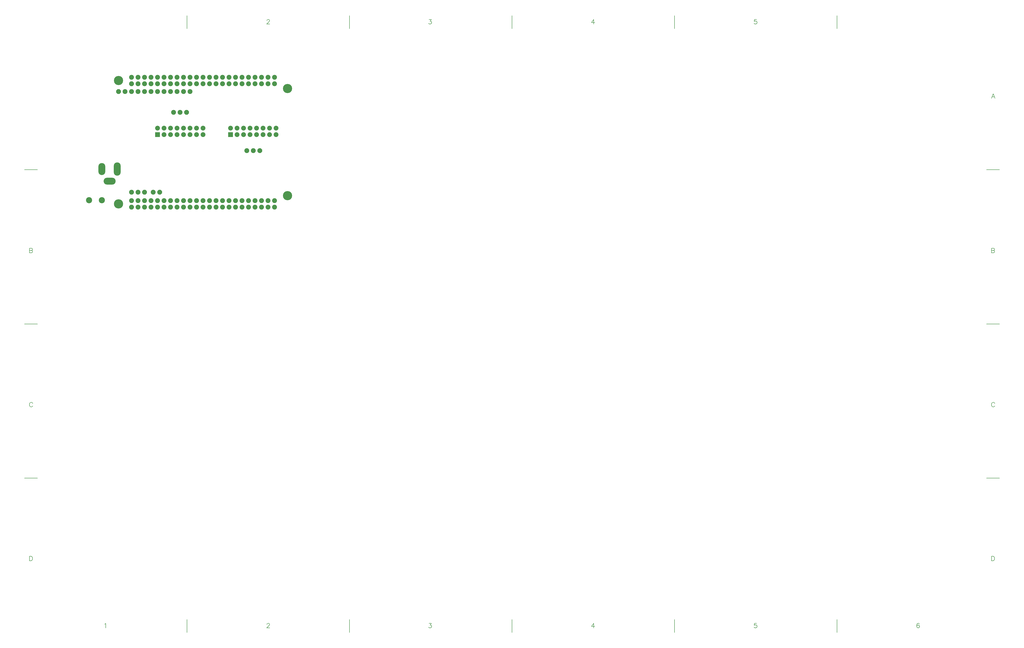
<source format=gbs>
G04*
G04 #@! TF.GenerationSoftware,Altium Limited,Altium Designer,22.10.1 (41)*
G04*
G04 Layer_Color=16711935*
%FSLAX43Y43*%
%MOMM*%
G71*
G04*
G04 #@! TF.SameCoordinates,A9E92A4C-3054-4B5A-B43F-CED4EE29FA58*
G04*
G04*
G04 #@! TF.FilePolarity,Negative*
G04*
G01*
G75*
%ADD15C,0.127*%
%ADD16C,0.178*%
%ADD32C,1.900*%
%ADD33P,2.057X8X22.5*%
%ADD34C,1.876*%
%ADD35R,1.876X1.876*%
%ADD36C,2.400*%
%ADD37O,2.700X5.200*%
%ADD38O,2.700X4.700*%
%ADD39O,4.700X2.700*%
%ADD40C,3.600*%
D15*
X41400Y-164500D02*
X41400Y-159420D01*
X-22100Y-104175D02*
X-17020Y-104175D01*
X-22100Y-43850D02*
X-17020Y-43850D01*
X-22100Y16475D02*
X-17020Y16475D01*
X104900Y-164500D02*
X104900Y-159420D01*
X168400Y-164500D02*
X168400Y-159420D01*
X231900Y-164500D02*
X231900Y-159420D01*
X295400Y-164500D02*
X295400Y-159420D01*
X353820Y-104175D02*
X358900Y-104175D01*
X353820Y-43850D02*
X358900Y-43850D01*
X353820Y16475D02*
X358900Y16475D01*
X41400Y71720D02*
X41400Y76800D01*
X104900Y71720D02*
X104900Y76800D01*
X168400Y71720D02*
X168400Y76800D01*
X231900Y71720D02*
X231900Y76800D01*
X295400Y71720D02*
X295400Y76800D01*
D16*
X327582Y-161198D02*
X327497Y-161029D01*
X327243Y-160944D01*
X327074Y-160944D01*
X326820Y-161029D01*
X326650Y-161283D01*
X326566Y-161706D01*
X326566Y-162129D01*
X326650Y-162468D01*
X326820Y-162637D01*
X327074Y-162722D01*
X327158Y-162722D01*
X327412Y-162637D01*
X327582Y-162468D01*
X327666Y-162214D01*
X327666Y-162129D01*
X327582Y-161876D01*
X327412Y-161706D01*
X327158Y-161622D01*
X327074Y-161622D01*
X326820Y-161706D01*
X326650Y-161876D01*
X326566Y-162129D01*
X263955Y-160944D02*
X263108Y-160944D01*
X263023Y-161706D01*
X263108Y-161622D01*
X263362Y-161537D01*
X263616Y-161537D01*
X263870Y-161622D01*
X264039Y-161791D01*
X264124Y-162045D01*
X264124Y-162214D01*
X264039Y-162468D01*
X263870Y-162637D01*
X263616Y-162722D01*
X263362Y-162722D01*
X263108Y-162637D01*
X263023Y-162553D01*
X262939Y-162383D01*
X200311Y-160944D02*
X199464Y-162129D01*
X200734Y-162129D01*
X200311Y-160944D02*
X200311Y-162722D01*
X135964Y-160944D02*
X136896Y-160944D01*
X136388Y-161622D01*
X136642Y-161622D01*
X136811Y-161706D01*
X136896Y-161791D01*
X136980Y-162045D01*
X136980Y-162214D01*
X136896Y-162468D01*
X136726Y-162637D01*
X136472Y-162722D01*
X136218Y-162722D01*
X135964Y-162637D01*
X135880Y-162553D01*
X135795Y-162383D01*
X72650Y-161368D02*
X72650Y-161283D01*
X72735Y-161114D01*
X72820Y-161029D01*
X72989Y-160944D01*
X73328Y-160944D01*
X73497Y-161029D01*
X73582Y-161114D01*
X73666Y-161283D01*
X73666Y-161452D01*
X73582Y-161622D01*
X73412Y-161876D01*
X72566Y-162722D01*
X73751Y-162722D01*
X9176Y-161283D02*
X9345Y-161198D01*
X9599Y-160944D01*
X9599Y-162722D01*
X-20195Y-134732D02*
X-20195Y-136509D01*
X-20195Y-134732D02*
X-19602Y-134732D01*
X-19348Y-134816D01*
X-19179Y-134986D01*
X-19095Y-135155D01*
X-19010Y-135409D01*
X-19010Y-135832D01*
X-19095Y-136086D01*
X-19179Y-136255D01*
X-19348Y-136425D01*
X-19602Y-136509D01*
X-20195Y-136509D01*
X-18925Y-74957D02*
X-19010Y-74788D01*
X-19179Y-74618D01*
X-19348Y-74534D01*
X-19687Y-74534D01*
X-19856Y-74618D01*
X-20026Y-74788D01*
X-20110Y-74957D01*
X-20195Y-75211D01*
X-20195Y-75634D01*
X-20110Y-75888D01*
X-20026Y-76057D01*
X-19856Y-76227D01*
X-19687Y-76311D01*
X-19348Y-76311D01*
X-19179Y-76227D01*
X-19010Y-76057D01*
X-18925Y-75888D01*
X-20195Y-14209D02*
X-20195Y-15986D01*
X-20195Y-14209D02*
X-19433Y-14209D01*
X-19179Y-14293D01*
X-19095Y-14378D01*
X-19010Y-14547D01*
X-19010Y-14716D01*
X-19095Y-14886D01*
X-19179Y-14970D01*
X-19433Y-15055D01*
X-20195Y-15055D02*
X-19433Y-15055D01*
X-19179Y-15140D01*
X-19095Y-15224D01*
X-19010Y-15394D01*
X-19010Y-15648D01*
X-19095Y-15817D01*
X-19179Y-15902D01*
X-19433Y-15986D01*
X-20195Y-15986D01*
X355725Y-134732D02*
X355725Y-136509D01*
X355725Y-134732D02*
X356318Y-134732D01*
X356572Y-134816D01*
X356741Y-134986D01*
X356825Y-135155D01*
X356910Y-135409D01*
X356910Y-135832D01*
X356825Y-136086D01*
X356741Y-136255D01*
X356572Y-136425D01*
X356318Y-136509D01*
X355725Y-136509D01*
X356995Y-74957D02*
X356910Y-74788D01*
X356741Y-74618D01*
X356572Y-74534D01*
X356233Y-74534D01*
X356064Y-74618D01*
X355894Y-74788D01*
X355810Y-74957D01*
X355725Y-75211D01*
X355725Y-75634D01*
X355810Y-75888D01*
X355894Y-76057D01*
X356064Y-76227D01*
X356233Y-76311D01*
X356572Y-76311D01*
X356741Y-76227D01*
X356910Y-76057D01*
X356995Y-75888D01*
X355725Y-14209D02*
X355725Y-15986D01*
X355725Y-14209D02*
X356487Y-14209D01*
X356741Y-14293D01*
X356825Y-14378D01*
X356910Y-14547D01*
X356910Y-14716D01*
X356825Y-14886D01*
X356741Y-14970D01*
X356487Y-15055D01*
X355725Y-15055D02*
X356487Y-15055D01*
X356741Y-15140D01*
X356825Y-15224D01*
X356910Y-15394D01*
X356910Y-15648D01*
X356825Y-15817D01*
X356741Y-15902D01*
X356487Y-15986D01*
X355725Y-15986D01*
X357079Y44466D02*
X356402Y46243D01*
X355725Y44466D01*
X355979Y45058D02*
X356825Y45058D01*
X263955Y75276D02*
X263108Y75276D01*
X263023Y74514D01*
X263108Y74598D01*
X263362Y74683D01*
X263616Y74683D01*
X263870Y74598D01*
X264039Y74429D01*
X264124Y74175D01*
X264124Y74006D01*
X264039Y73752D01*
X263870Y73583D01*
X263616Y73498D01*
X263362Y73498D01*
X263108Y73583D01*
X263023Y73667D01*
X262939Y73837D01*
X200311Y75276D02*
X199464Y74091D01*
X200734Y74091D01*
X200311Y75276D02*
X200311Y73498D01*
X135964Y75276D02*
X136896Y75276D01*
X136388Y74598D01*
X136642Y74598D01*
X136811Y74514D01*
X136896Y74429D01*
X136980Y74175D01*
X136980Y74006D01*
X136896Y73752D01*
X136726Y73583D01*
X136472Y73498D01*
X136218Y73498D01*
X135964Y73583D01*
X135880Y73667D01*
X135795Y73837D01*
X72650Y74852D02*
X72650Y74937D01*
X72735Y75106D01*
X72820Y75191D01*
X72989Y75276D01*
X73328Y75276D01*
X73497Y75191D01*
X73582Y75106D01*
X73666Y74937D01*
X73666Y74768D01*
X73582Y74598D01*
X73412Y74344D01*
X72566Y73498D01*
X73751Y73498D01*
D32*
X75565Y52705D02*
D03*
X75565Y50165D02*
D03*
X73025Y52705D02*
D03*
X73025Y50165D02*
D03*
X70485Y52705D02*
D03*
X70485Y50165D02*
D03*
X67945Y52705D02*
D03*
X67945Y50165D02*
D03*
X65405Y52705D02*
D03*
X65405Y50165D02*
D03*
X62865Y52705D02*
D03*
X62865Y50165D02*
D03*
X60325Y52705D02*
D03*
X60325Y50165D02*
D03*
X57785Y52705D02*
D03*
X57785Y50165D02*
D03*
X55245Y52705D02*
D03*
X55245Y50165D02*
D03*
X52705Y52705D02*
D03*
X52705Y50165D02*
D03*
X50165Y52705D02*
D03*
X50165Y50165D02*
D03*
X47625Y52705D02*
D03*
X47625Y50165D02*
D03*
X45085Y52705D02*
D03*
X45085Y50165D02*
D03*
X42545Y52705D02*
D03*
X42545Y50165D02*
D03*
X40005Y52705D02*
D03*
X40005Y50165D02*
D03*
X37465Y52705D02*
D03*
X37465Y50165D02*
D03*
X34925Y52705D02*
D03*
X34925Y50165D02*
D03*
X32385Y52705D02*
D03*
X32385Y50165D02*
D03*
X29845Y52705D02*
D03*
X29845Y50165D02*
D03*
X27305Y52705D02*
D03*
X27305Y50165D02*
D03*
X22225Y52705D02*
D03*
X22225Y50165D02*
D03*
X19685Y52705D02*
D03*
X24765Y50165D02*
D03*
X24765Y52705D02*
D03*
X64770Y24003D02*
D03*
X67310Y24003D02*
D03*
X36120Y38989D02*
D03*
X38660Y38989D02*
D03*
X42545Y47117D02*
D03*
X40005Y47117D02*
D03*
X34925Y47117D02*
D03*
X29845Y47117D02*
D03*
X19685Y47117D02*
D03*
X32385Y47117D02*
D03*
X22225Y47117D02*
D03*
X37465Y47117D02*
D03*
X17145Y47117D02*
D03*
X24765Y47117D02*
D03*
X27305Y47117D02*
D03*
X75565Y4445D02*
D03*
X75565Y1905D02*
D03*
X73025Y4445D02*
D03*
X73025Y1905D02*
D03*
X70485Y4445D02*
D03*
X70485Y1905D02*
D03*
X67945Y4445D02*
D03*
X67945Y1905D02*
D03*
X65405Y4445D02*
D03*
X65405Y1905D02*
D03*
X62865Y4445D02*
D03*
X62865Y1905D02*
D03*
X60325Y4445D02*
D03*
X60325Y1905D02*
D03*
X57785Y4445D02*
D03*
X57785Y1905D02*
D03*
X55245Y4445D02*
D03*
X55245Y1905D02*
D03*
X52705Y4445D02*
D03*
X52705Y1905D02*
D03*
X50165Y4445D02*
D03*
X50165Y1905D02*
D03*
X47625Y4445D02*
D03*
X47625Y1905D02*
D03*
X45085Y4445D02*
D03*
X45085Y1905D02*
D03*
X42545Y4445D02*
D03*
X42545Y1905D02*
D03*
X40005Y4445D02*
D03*
X40005Y1905D02*
D03*
X37465Y4445D02*
D03*
X37465Y1905D02*
D03*
X34925Y4445D02*
D03*
X34925Y1905D02*
D03*
X32385Y4445D02*
D03*
X32385Y1905D02*
D03*
X29845Y4445D02*
D03*
X29845Y1905D02*
D03*
X27305Y4445D02*
D03*
X27305Y1905D02*
D03*
X22225Y4445D02*
D03*
X22225Y1905D02*
D03*
X19685Y4445D02*
D03*
X24765Y1905D02*
D03*
X24765Y4445D02*
D03*
X28194Y7747D02*
D03*
X19705Y7747D02*
D03*
X22245Y7747D02*
D03*
D33*
X19685Y50165D02*
D03*
X69850Y24003D02*
D03*
X41200Y38989D02*
D03*
X14605Y47117D02*
D03*
X19685Y1905D02*
D03*
X30734Y7747D02*
D03*
X24785Y7747D02*
D03*
D34*
X58420Y32766D02*
D03*
X60960Y30226D02*
D03*
X60960Y32766D02*
D03*
X76200Y32766D02*
D03*
X76200Y30226D02*
D03*
X73660Y30226D02*
D03*
X73660Y32766D02*
D03*
X66040Y30226D02*
D03*
X66040Y32766D02*
D03*
X63500Y30226D02*
D03*
X63500Y32766D02*
D03*
X71120Y30226D02*
D03*
X71120Y32766D02*
D03*
X68580Y30226D02*
D03*
X68580Y32766D02*
D03*
X40005Y32766D02*
D03*
X40005Y30226D02*
D03*
X42545Y32766D02*
D03*
X42545Y30226D02*
D03*
X34925Y32766D02*
D03*
X34925Y30226D02*
D03*
X37465Y32766D02*
D03*
X37465Y30226D02*
D03*
X45085Y32766D02*
D03*
X45085Y30226D02*
D03*
X47625Y30226D02*
D03*
X47625Y32766D02*
D03*
X32385Y32766D02*
D03*
X32385Y30226D02*
D03*
X29845Y32766D02*
D03*
D35*
X58420Y30226D02*
D03*
X29845Y30226D02*
D03*
D36*
X8088Y4572D02*
D03*
X3088Y4572D02*
D03*
D37*
X14128Y16764D02*
D03*
D38*
X8128Y16764D02*
D03*
D39*
X11128Y12064D02*
D03*
D40*
X14605Y3175D02*
D03*
X14605Y51435D02*
D03*
X80645Y6350D02*
D03*
X80645Y48260D02*
D03*
M02*

</source>
